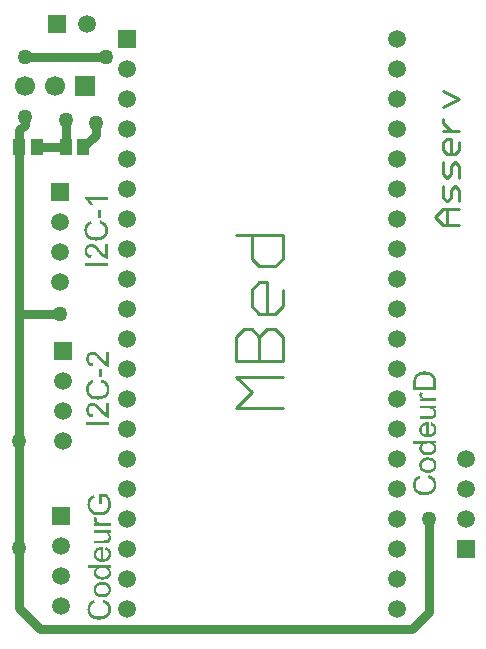
<source format=gtl>
%FSAX24Y24*%
%MOIN*%
G70*
G01*
G75*
G04 Layer_Physical_Order=1*
G04 Layer_Color=255*
%ADD10R,0.0433X0.0551*%
%ADD11C,0.0315*%
%ADD12C,0.0100*%
%ADD13C,0.0669*%
%ADD14R,0.0669X0.0669*%
%ADD15R,0.0591X0.0591*%
%ADD16C,0.0591*%
%ADD17R,0.0591X0.0591*%
%ADD18C,0.0500*%
G36*
X035695Y019358D02*
X035706D01*
X035717Y019357D01*
X035730Y019356D01*
X035756Y019351D01*
X035784Y019345D01*
X035812Y019337D01*
X035836Y019327D01*
X035837D01*
X035838Y019326D01*
X035846Y019321D01*
X035857Y019313D01*
X035870Y019303D01*
X035885Y019290D01*
X035900Y019274D01*
X035915Y019255D01*
X035929Y019233D01*
Y019232D01*
X035930Y019231D01*
X035933Y019228D01*
X035934Y019223D01*
X035940Y019210D01*
X035945Y019194D01*
X035952Y019175D01*
X035957Y019153D01*
X035962Y019128D01*
X035963Y019102D01*
Y019101D01*
Y019097D01*
Y019090D01*
X035962Y019082D01*
X035960Y019073D01*
X035959Y019062D01*
X035957Y019049D01*
X035953Y019035D01*
X035944Y019006D01*
X035938Y018990D01*
X035932Y018975D01*
X035923Y018959D01*
X035913Y018944D01*
X035902Y018929D01*
X035889Y018915D01*
X035888Y018914D01*
X035885Y018912D01*
X035881Y018908D01*
X035875Y018905D01*
X035867Y018899D01*
X035858Y018893D01*
X035847Y018886D01*
X035835Y018881D01*
X035820Y018874D01*
X035805Y018867D01*
X035786Y018861D01*
X035768Y018856D01*
X035747Y018852D01*
X035725Y018848D01*
X035701Y018846D01*
X035676Y018845D01*
X035669D01*
X035661Y018846D01*
X035650D01*
X035638Y018847D01*
X035624Y018849D01*
X035608Y018852D01*
X035590Y018855D01*
X035572Y018860D01*
X035553Y018866D01*
X035535Y018873D01*
X035516Y018881D01*
X035498Y018890D01*
X035481Y018901D01*
X035465Y018914D01*
X035450Y018929D01*
X035448Y018930D01*
X035447Y018932D01*
X035444Y018936D01*
X035440Y018942D01*
X035436Y018949D01*
X035430Y018957D01*
X035424Y018966D01*
X035418Y018977D01*
X035414Y018989D01*
X035408Y019002D01*
X035398Y019032D01*
X035391Y019065D01*
X035390Y019084D01*
X035388Y019102D01*
Y019103D01*
Y019107D01*
Y019112D01*
X035390Y019120D01*
X035391Y019131D01*
X035392Y019141D01*
X035394Y019154D01*
X035398Y019168D01*
X035407Y019196D01*
X035413Y019211D01*
X035420Y019228D01*
X035429Y019243D01*
X035439Y019258D01*
X035451Y019273D01*
X035463Y019286D01*
X035465Y019288D01*
X035467Y019290D01*
X035472Y019293D01*
X035477Y019298D01*
X035484Y019304D01*
X035493Y019310D01*
X035505Y019316D01*
X035516Y019323D01*
X035530Y019329D01*
X035546Y019336D01*
X035563Y019342D01*
X035581Y019348D01*
X035601Y019352D01*
X035623Y019356D01*
X035644Y019358D01*
X035669Y019359D01*
X035686D01*
X035695Y019358D01*
D02*
G37*
G36*
X025100Y015673D02*
X025032D01*
X025033Y015671D01*
X025035Y015670D01*
X025039Y015667D01*
X025045Y015662D01*
X025050Y015658D01*
X025057Y015651D01*
X025064Y015643D01*
X025072Y015633D01*
X025079Y015623D01*
X025087Y015611D01*
X025094Y015599D01*
X025100Y015586D01*
X025106Y015571D01*
X025109Y015555D01*
X025112Y015538D01*
X025113Y015519D01*
Y015518D01*
Y015516D01*
Y015512D01*
X025112Y015508D01*
X025110Y015495D01*
X025108Y015480D01*
X025103Y015460D01*
X025098Y015441D01*
X025088Y015419D01*
X025077Y015398D01*
Y015397D01*
X025076Y015396D01*
X025070Y015389D01*
X025062Y015380D01*
X025050Y015367D01*
X025037Y015354D01*
X025019Y015339D01*
X025000Y015327D01*
X024977Y015314D01*
X024975D01*
X024973Y015313D01*
X024970Y015312D01*
X024965Y015309D01*
X024959Y015307D01*
X024951Y015305D01*
X024933Y015299D01*
X024911Y015293D01*
X024886Y015289D01*
X024858Y015285D01*
X024827Y015284D01*
X024813D01*
X024806Y015285D01*
X024797D01*
X024777Y015287D01*
X024754Y015291D01*
X024730Y015296D01*
X024703Y015301D01*
X024678Y015311D01*
X024677D01*
X024675Y015312D01*
X024671Y015314D01*
X024666Y015316D01*
X024655Y015322D01*
X024640Y015331D01*
X024623Y015343D01*
X024605Y015357D01*
X024589Y015373D01*
X024574Y015392D01*
Y015394D01*
X024573Y015395D01*
X024568Y015402D01*
X024563Y015413D01*
X024556Y015428D01*
X024550Y015447D01*
X024544Y015467D01*
X024540Y015490D01*
X024538Y015515D01*
Y015516D01*
Y015517D01*
Y015523D01*
X024540Y015532D01*
X024541Y015545D01*
X024544Y015557D01*
X024548Y015572D01*
X024553Y015587D01*
X024560Y015602D01*
X024562Y015605D01*
X024564Y015609D01*
X024568Y015616D01*
X024575Y015625D01*
X024582Y015635D01*
X024592Y015646D01*
X024603Y015656D01*
X024615Y015666D01*
X024342D01*
Y015759D01*
X025100D01*
Y015673D01*
D02*
G37*
G36*
X024845Y015208D02*
X024856D01*
X024867Y015207D01*
X024880Y015206D01*
X024906Y015201D01*
X024934Y015195D01*
X024962Y015187D01*
X024986Y015177D01*
X024987D01*
X024988Y015176D01*
X024996Y015171D01*
X025007Y015163D01*
X025020Y015153D01*
X025035Y015140D01*
X025050Y015124D01*
X025065Y015105D01*
X025079Y015083D01*
Y015082D01*
X025080Y015081D01*
X025083Y015078D01*
X025084Y015073D01*
X025090Y015060D01*
X025095Y015044D01*
X025102Y015025D01*
X025107Y015003D01*
X025112Y014978D01*
X025113Y014952D01*
Y014951D01*
Y014947D01*
Y014940D01*
X025112Y014932D01*
X025110Y014923D01*
X025109Y014912D01*
X025107Y014899D01*
X025103Y014885D01*
X025094Y014856D01*
X025088Y014840D01*
X025082Y014825D01*
X025073Y014809D01*
X025063Y014794D01*
X025052Y014779D01*
X025039Y014765D01*
X025038Y014764D01*
X025035Y014762D01*
X025031Y014758D01*
X025025Y014755D01*
X025017Y014749D01*
X025008Y014743D01*
X024997Y014736D01*
X024985Y014731D01*
X024970Y014724D01*
X024955Y014717D01*
X024936Y014711D01*
X024918Y014706D01*
X024897Y014702D01*
X024875Y014698D01*
X024851Y014696D01*
X024826Y014695D01*
X024819D01*
X024811Y014696D01*
X024800D01*
X024788Y014697D01*
X024774Y014699D01*
X024758Y014702D01*
X024740Y014705D01*
X024722Y014710D01*
X024703Y014716D01*
X024685Y014723D01*
X024666Y014731D01*
X024648Y014740D01*
X024631Y014751D01*
X024615Y014764D01*
X024600Y014779D01*
X024598Y014780D01*
X024597Y014782D01*
X024594Y014786D01*
X024590Y014792D01*
X024586Y014799D01*
X024580Y014807D01*
X024574Y014816D01*
X024568Y014827D01*
X024564Y014839D01*
X024558Y014852D01*
X024548Y014882D01*
X024541Y014915D01*
X024540Y014934D01*
X024538Y014952D01*
Y014953D01*
Y014957D01*
Y014962D01*
X024540Y014970D01*
X024541Y014981D01*
X024542Y014991D01*
X024544Y015004D01*
X024548Y015018D01*
X024557Y015046D01*
X024563Y015061D01*
X024570Y015078D01*
X024579Y015093D01*
X024589Y015108D01*
X024601Y015123D01*
X024613Y015136D01*
X024615Y015138D01*
X024617Y015140D01*
X024622Y015143D01*
X024627Y015148D01*
X024634Y015154D01*
X024643Y015159D01*
X024655Y015166D01*
X024666Y015173D01*
X024680Y015179D01*
X024696Y015186D01*
X024713Y015192D01*
X024731Y015198D01*
X024751Y015202D01*
X024773Y015206D01*
X024794Y015208D01*
X024819Y015209D01*
X024836D01*
X024845Y015208D01*
D02*
G37*
G36*
X025100Y016853D02*
X025020D01*
X025022Y016852D01*
X025024Y016850D01*
X025029Y016846D01*
X025034Y016842D01*
X025042Y016835D01*
X025049Y016827D01*
X025058Y016818D01*
X025067Y016807D01*
X025075Y016796D01*
X025084Y016783D01*
X025091Y016768D01*
X025098Y016753D01*
X025105Y016736D01*
X025109Y016718D01*
X025112Y016699D01*
X025113Y016679D01*
Y016677D01*
Y016671D01*
X025112Y016662D01*
X025110Y016649D01*
X025108Y016635D01*
X025105Y016620D01*
X025100Y016604D01*
X025094Y016588D01*
X025093Y016586D01*
X025091Y016581D01*
X025087Y016574D01*
X025082Y016565D01*
X025075Y016555D01*
X025067Y016544D01*
X025058Y016535D01*
X025048Y016526D01*
X025047Y016525D01*
X025043Y016522D01*
X025037Y016519D01*
X025029Y016515D01*
X025018Y016510D01*
X025007Y016505D01*
X024994Y016500D01*
X024979Y016497D01*
X024978D01*
X024973Y016496D01*
X024967D01*
X024958Y016495D01*
X024945Y016494D01*
X024931D01*
X024913Y016492D01*
X024551D01*
Y016586D01*
X024881D01*
X024896Y016587D01*
X024912D01*
X024928Y016588D01*
X024943Y016589D01*
X024955Y016590D01*
X024956D01*
X024960Y016593D01*
X024967Y016595D01*
X024975Y016598D01*
X024985Y016603D01*
X024995Y016610D01*
X025004Y016618D01*
X025012Y016627D01*
X025014Y016628D01*
X025016Y016633D01*
X025019Y016639D01*
X025023Y016647D01*
X025026Y016657D01*
X025030Y016669D01*
X025032Y016683D01*
X025033Y016698D01*
Y016700D01*
Y016705D01*
X025032Y016713D01*
X025031Y016723D01*
X025029Y016734D01*
X025024Y016747D01*
X025019Y016761D01*
X025012Y016775D01*
X025011Y016776D01*
X025008Y016781D01*
X025003Y016788D01*
X024996Y016796D01*
X024988Y016804D01*
X024978Y016813D01*
X024966Y016820D01*
X024954Y016827D01*
X024951Y016828D01*
X024947Y016829D01*
X024939Y016831D01*
X024926Y016835D01*
X024911Y016838D01*
X024892Y016841D01*
X024871Y016842D01*
X024846Y016843D01*
X024551D01*
Y016936D01*
X025100D01*
Y016853D01*
D02*
G37*
G36*
X035716Y018768D02*
X035722Y018765D01*
X035731Y018763D01*
X035740Y018758D01*
X035753Y018754D01*
X035766Y018749D01*
X035779Y018742D01*
X035810Y018727D01*
X035842Y018706D01*
X035872Y018683D01*
X035885Y018670D01*
X035898Y018655D01*
X035899Y018653D01*
X035900Y018651D01*
X035904Y018647D01*
X035908Y018640D01*
X035913Y018632D01*
X035919Y018622D01*
X035925Y018612D01*
X035930Y018599D01*
X035936Y018585D01*
X035942Y018570D01*
X035948Y018553D01*
X035952Y018536D01*
X035960Y018498D01*
X035962Y018477D01*
X035963Y018455D01*
Y018454D01*
Y018449D01*
Y018444D01*
X035962Y018434D01*
Y018424D01*
X035960Y018412D01*
X035958Y018399D01*
X035957Y018385D01*
X035950Y018353D01*
X035942Y018319D01*
X035929Y018287D01*
X035922Y018271D01*
X035913Y018256D01*
X035912Y018254D01*
X035911Y018252D01*
X035907Y018249D01*
X035904Y018243D01*
X035892Y018229D01*
X035876Y018213D01*
X035857Y018193D01*
X035831Y018175D01*
X035802Y018155D01*
X035769Y018139D01*
X035768D01*
X035764Y018138D01*
X035760Y018136D01*
X035753Y018133D01*
X035744Y018130D01*
X035733Y018127D01*
X035722Y018123D01*
X035708Y018120D01*
X035694Y018116D01*
X035678Y018113D01*
X035643Y018106D01*
X035606Y018101D01*
X035566Y018100D01*
X035555D01*
X035546Y018101D01*
X035536D01*
X035523Y018102D01*
X035511Y018103D01*
X035496Y018106D01*
X035463Y018112D01*
X035429Y018118D01*
X035393Y018130D01*
X035360Y018145D01*
X035359D01*
X035356Y018147D01*
X035352Y018150D01*
X035345Y018153D01*
X035338Y018158D01*
X035330Y018163D01*
X035310Y018178D01*
X035288Y018196D01*
X035266Y018218D01*
X035244Y018244D01*
X035226Y018273D01*
Y018274D01*
X035224Y018276D01*
X035221Y018281D01*
X035219Y018288D01*
X035216Y018295D01*
X035211Y018304D01*
X035207Y018316D01*
X035203Y018327D01*
X035198Y018340D01*
X035195Y018354D01*
X035187Y018385D01*
X035182Y018419D01*
X035180Y018456D01*
Y018457D01*
Y018461D01*
Y018468D01*
X035181Y018476D01*
X035182Y018485D01*
X035183Y018497D01*
X035184Y018509D01*
X035187Y018523D01*
X035194Y018553D01*
X035204Y018585D01*
X035211Y018602D01*
X035219Y018618D01*
X035228Y018633D01*
X035239Y018648D01*
X035240Y018649D01*
X035241Y018651D01*
X035244Y018655D01*
X035249Y018660D01*
X035255Y018666D01*
X035263Y018674D01*
X035271Y018682D01*
X035280Y018690D01*
X035292Y018700D01*
X035303Y018708D01*
X035317Y018717D01*
X035332Y018726D01*
X035347Y018734D01*
X035364Y018742D01*
X035401Y018756D01*
X035424Y018657D01*
X035423D01*
X035421Y018656D01*
X035416Y018655D01*
X035410Y018652D01*
X035403Y018649D01*
X035395Y018645D01*
X035378Y018637D01*
X035359Y018627D01*
X035338Y018613D01*
X035319Y018598D01*
X035303Y018580D01*
X035302Y018577D01*
X035297Y018570D01*
X035292Y018560D01*
X035284Y018545D01*
X035277Y018528D01*
X035271Y018506D01*
X035266Y018482D01*
X035265Y018454D01*
Y018453D01*
Y018451D01*
Y018446D01*
X035266Y018440D01*
Y018432D01*
X035267Y018424D01*
X035271Y018403D01*
X035275Y018380D01*
X035284Y018356D01*
X035294Y018332D01*
X035308Y018309D01*
Y018308D01*
X035310Y018306D01*
X035316Y018299D01*
X035325Y018289D01*
X035338Y018276D01*
X035354Y018264D01*
X035372Y018250D01*
X035395Y018237D01*
X035421Y018227D01*
X035422D01*
X035424Y018226D01*
X035428Y018225D01*
X035433Y018223D01*
X035439Y018221D01*
X035447Y018220D01*
X035466Y018215D01*
X035488Y018211D01*
X035512Y018207D01*
X035538Y018205D01*
X035566Y018204D01*
X035582D01*
X035590Y018205D01*
X035601D01*
X035611Y018206D01*
X035623Y018207D01*
X035649Y018211D01*
X035678Y018215D01*
X035707Y018222D01*
X035734Y018231D01*
X035736D01*
X035738Y018233D01*
X035741Y018235D01*
X035746Y018237D01*
X035760Y018243D01*
X035775Y018252D01*
X035793Y018265D01*
X035810Y018280D01*
X035828Y018297D01*
X035843Y018318D01*
Y018319D01*
X035844Y018320D01*
X035846Y018324D01*
X035849Y018328D01*
X035853Y018341D01*
X035860Y018357D01*
X035866Y018376D01*
X035872Y018397D01*
X035876Y018422D01*
X035877Y018447D01*
Y018448D01*
Y018451D01*
Y018455D01*
X035876Y018461D01*
Y018468D01*
X035875Y018477D01*
X035872Y018497D01*
X035866Y018519D01*
X035857Y018543D01*
X035845Y018566D01*
X035829Y018589D01*
X035828Y018590D01*
X035827Y018591D01*
X035820Y018598D01*
X035808Y018608D01*
X035793Y018621D01*
X035772Y018634D01*
X035748Y018648D01*
X035718Y018659D01*
X035685Y018668D01*
X035710Y018769D01*
X035711D01*
X035716Y018768D01*
D02*
G37*
G36*
X024850Y016379D02*
Y015971D01*
X024853D01*
X024859Y015972D01*
X024865D01*
X024873Y015974D01*
X024881Y015975D01*
X024902Y015979D01*
X024924Y015986D01*
X024947Y015994D01*
X024970Y016007D01*
X024989Y016022D01*
X024992Y016024D01*
X024996Y016030D01*
X025004Y016040D01*
X025012Y016053D01*
X025022Y016070D01*
X025030Y016090D01*
X025034Y016112D01*
X025037Y016136D01*
Y016137D01*
Y016138D01*
Y016145D01*
X025035Y016155D01*
X025033Y016166D01*
X025030Y016180D01*
X025025Y016195D01*
X025019Y016210D01*
X025010Y016224D01*
X025009Y016225D01*
X025004Y016229D01*
X024999Y016236D01*
X024988Y016244D01*
X024977Y016254D01*
X024962Y016263D01*
X024943Y016272D01*
X024922Y016281D01*
X024935Y016377D01*
X024936D01*
X024939Y016376D01*
X024943Y016375D01*
X024949Y016372D01*
X024956Y016370D01*
X024964Y016367D01*
X024984Y016357D01*
X025004Y016346D01*
X025026Y016332D01*
X025048Y016314D01*
X025067Y016293D01*
Y016292D01*
X025069Y016291D01*
X025071Y016287D01*
X025073Y016281D01*
X025077Y016276D01*
X025082Y016269D01*
X025085Y016261D01*
X025090Y016250D01*
X025098Y016228D01*
X025106Y016201D01*
X025110Y016171D01*
X025113Y016136D01*
Y016135D01*
Y016130D01*
Y016125D01*
X025112Y016116D01*
X025110Y016106D01*
X025109Y016095D01*
X025107Y016082D01*
X025103Y016067D01*
X025094Y016037D01*
X025088Y016021D01*
X025082Y016006D01*
X025073Y015990D01*
X025063Y015975D01*
X025052Y015960D01*
X025039Y015946D01*
X025038Y015945D01*
X025035Y015942D01*
X025031Y015939D01*
X025025Y015935D01*
X025018Y015930D01*
X025009Y015924D01*
X024997Y015917D01*
X024985Y015911D01*
X024971Y015904D01*
X024956Y015897D01*
X024939Y015892D01*
X024920Y015887D01*
X024901Y015882D01*
X024879Y015879D01*
X024856Y015877D01*
X024831Y015876D01*
X024818D01*
X024808Y015877D01*
X024797Y015878D01*
X024783Y015879D01*
X024768Y015881D01*
X024752Y015885D01*
X024717Y015893D01*
X024700Y015899D01*
X024681Y015905D01*
X024664Y015914D01*
X024647Y015923D01*
X024631Y015933D01*
X024616Y015946D01*
X024615Y015947D01*
X024612Y015949D01*
X024609Y015953D01*
X024603Y015959D01*
X024597Y015965D01*
X024592Y015975D01*
X024585Y015984D01*
X024577Y015995D01*
X024570Y016008D01*
X024563Y016022D01*
X024557Y016037D01*
X024550Y016054D01*
X024545Y016072D01*
X024542Y016090D01*
X024540Y016110D01*
X024538Y016130D01*
Y016131D01*
Y016135D01*
Y016141D01*
X024540Y016149D01*
X024541Y016158D01*
X024542Y016170D01*
X024544Y016181D01*
X024548Y016195D01*
X024557Y016223D01*
X024563Y016238D01*
X024571Y016253D01*
X024579Y016268D01*
X024589Y016283D01*
X024601Y016296D01*
X024615Y016310D01*
X024616Y016311D01*
X024618Y016314D01*
X024623Y016317D01*
X024628Y016322D01*
X024636Y016326D01*
X024646Y016332D01*
X024656Y016339D01*
X024669Y016346D01*
X024684Y016352D01*
X024699Y016359D01*
X024716Y016364D01*
X024736Y016370D01*
X024755Y016374D01*
X024777Y016377D01*
X024800Y016379D01*
X024826Y016381D01*
X024839D01*
X024850Y016379D01*
D02*
G37*
G36*
X035505Y021496D02*
X035504Y021494D01*
X035501Y021490D01*
X035498Y021483D01*
X035495Y021475D01*
X035491Y021464D01*
X035488Y021453D01*
X035485Y021440D01*
X035484Y021428D01*
Y021426D01*
Y021423D01*
X035485Y021417D01*
X035486Y021409D01*
X035489Y021401D01*
X035492Y021392D01*
X035497Y021383D01*
X035503Y021373D01*
X035504Y021372D01*
X035506Y021370D01*
X035511Y021365D01*
X035516Y021361D01*
X035523Y021355D01*
X035533Y021349D01*
X035543Y021345D01*
X035555Y021340D01*
X035557Y021339D01*
X035563Y021338D01*
X035573Y021335D01*
X035587Y021333D01*
X035603Y021330D01*
X035621Y021327D01*
X035641Y021326D01*
X035663Y021325D01*
X035950D01*
Y021232D01*
X035401D01*
Y021316D01*
X035483D01*
X035482Y021317D01*
X035475Y021321D01*
X035465Y021327D01*
X035453Y021334D01*
X035440Y021343D01*
X035428Y021354D01*
X035416Y021363D01*
X035408Y021373D01*
X035407Y021375D01*
X035405Y021378D01*
X035402Y021384D01*
X035398Y021392D01*
X035394Y021400D01*
X035392Y021410D01*
X035390Y021422D01*
X035388Y021433D01*
Y021436D01*
Y021441D01*
X035390Y021451D01*
X035392Y021463D01*
X035397Y021477D01*
X035401Y021493D01*
X035409Y021511D01*
X035420Y021529D01*
X035505Y021496D01*
D02*
G37*
G36*
X035950Y021003D02*
X035870D01*
X035872Y021002D01*
X035874Y021000D01*
X035879Y020996D01*
X035884Y020992D01*
X035892Y020985D01*
X035899Y020977D01*
X035908Y020968D01*
X035917Y020957D01*
X035925Y020946D01*
X035934Y020933D01*
X035941Y020918D01*
X035948Y020903D01*
X035955Y020886D01*
X035959Y020868D01*
X035962Y020849D01*
X035963Y020829D01*
Y020827D01*
Y020821D01*
X035962Y020812D01*
X035960Y020799D01*
X035958Y020785D01*
X035955Y020770D01*
X035950Y020754D01*
X035944Y020738D01*
X035943Y020736D01*
X035941Y020731D01*
X035937Y020724D01*
X035932Y020715D01*
X035925Y020705D01*
X035917Y020694D01*
X035908Y020685D01*
X035898Y020676D01*
X035897Y020675D01*
X035893Y020672D01*
X035887Y020669D01*
X035879Y020665D01*
X035868Y020660D01*
X035857Y020655D01*
X035844Y020650D01*
X035829Y020647D01*
X035828D01*
X035823Y020646D01*
X035817D01*
X035808Y020645D01*
X035796Y020644D01*
X035781D01*
X035763Y020642D01*
X035401D01*
Y020736D01*
X035731D01*
X035746Y020737D01*
X035762D01*
X035778Y020738D01*
X035793Y020739D01*
X035805Y020740D01*
X035806D01*
X035810Y020743D01*
X035817Y020745D01*
X035825Y020748D01*
X035835Y020753D01*
X035845Y020760D01*
X035854Y020768D01*
X035862Y020777D01*
X035864Y020778D01*
X035866Y020783D01*
X035869Y020789D01*
X035873Y020797D01*
X035876Y020807D01*
X035880Y020819D01*
X035882Y020833D01*
X035883Y020848D01*
Y020850D01*
Y020855D01*
X035882Y020863D01*
X035881Y020873D01*
X035879Y020884D01*
X035874Y020897D01*
X035869Y020911D01*
X035862Y020925D01*
X035861Y020926D01*
X035858Y020931D01*
X035853Y020938D01*
X035846Y020946D01*
X035838Y020954D01*
X035828Y020963D01*
X035816Y020970D01*
X035804Y020977D01*
X035801Y020978D01*
X035797Y020979D01*
X035789Y020981D01*
X035776Y020985D01*
X035761Y020988D01*
X035742Y020991D01*
X035721Y020992D01*
X035696Y020993D01*
X035401D01*
Y021086D01*
X035950D01*
Y021003D01*
D02*
G37*
G36*
X035700Y020529D02*
Y020121D01*
X035703D01*
X035709Y020122D01*
X035715D01*
X035723Y020124D01*
X035731Y020125D01*
X035752Y020129D01*
X035774Y020136D01*
X035797Y020144D01*
X035820Y020157D01*
X035839Y020172D01*
X035842Y020174D01*
X035846Y020180D01*
X035854Y020190D01*
X035862Y020203D01*
X035872Y020220D01*
X035880Y020240D01*
X035884Y020262D01*
X035887Y020286D01*
Y020287D01*
Y020288D01*
Y020295D01*
X035885Y020305D01*
X035883Y020316D01*
X035880Y020330D01*
X035875Y020345D01*
X035869Y020360D01*
X035860Y020374D01*
X035859Y020375D01*
X035854Y020379D01*
X035849Y020386D01*
X035838Y020394D01*
X035827Y020404D01*
X035812Y020413D01*
X035793Y020422D01*
X035772Y020431D01*
X035785Y020527D01*
X035786D01*
X035789Y020526D01*
X035793Y020525D01*
X035799Y020522D01*
X035806Y020520D01*
X035814Y020517D01*
X035834Y020507D01*
X035854Y020496D01*
X035876Y020482D01*
X035898Y020464D01*
X035917Y020443D01*
Y020442D01*
X035919Y020441D01*
X035921Y020437D01*
X035923Y020431D01*
X035927Y020426D01*
X035932Y020419D01*
X035935Y020411D01*
X035940Y020400D01*
X035948Y020378D01*
X035956Y020351D01*
X035960Y020321D01*
X035963Y020286D01*
Y020285D01*
Y020280D01*
Y020275D01*
X035962Y020266D01*
X035960Y020256D01*
X035959Y020245D01*
X035957Y020232D01*
X035953Y020217D01*
X035944Y020187D01*
X035938Y020171D01*
X035932Y020156D01*
X035923Y020140D01*
X035913Y020125D01*
X035902Y020110D01*
X035889Y020096D01*
X035888Y020095D01*
X035885Y020092D01*
X035881Y020089D01*
X035875Y020085D01*
X035868Y020080D01*
X035859Y020074D01*
X035847Y020067D01*
X035835Y020061D01*
X035821Y020054D01*
X035806Y020047D01*
X035789Y020042D01*
X035770Y020037D01*
X035751Y020032D01*
X035729Y020029D01*
X035706Y020027D01*
X035681Y020026D01*
X035668D01*
X035658Y020027D01*
X035647Y020028D01*
X035633Y020029D01*
X035618Y020031D01*
X035602Y020035D01*
X035567Y020043D01*
X035550Y020049D01*
X035531Y020055D01*
X035514Y020064D01*
X035497Y020073D01*
X035481Y020083D01*
X035466Y020096D01*
X035465Y020097D01*
X035462Y020099D01*
X035459Y020103D01*
X035453Y020109D01*
X035447Y020115D01*
X035442Y020125D01*
X035435Y020134D01*
X035427Y020145D01*
X035420Y020158D01*
X035413Y020172D01*
X035407Y020187D01*
X035400Y020204D01*
X035395Y020222D01*
X035392Y020240D01*
X035390Y020260D01*
X035388Y020280D01*
Y020281D01*
Y020285D01*
Y020291D01*
X035390Y020299D01*
X035391Y020308D01*
X035392Y020320D01*
X035394Y020331D01*
X035398Y020345D01*
X035407Y020373D01*
X035413Y020388D01*
X035421Y020403D01*
X035429Y020418D01*
X035439Y020433D01*
X035451Y020446D01*
X035465Y020460D01*
X035466Y020461D01*
X035468Y020464D01*
X035473Y020467D01*
X035478Y020472D01*
X035486Y020476D01*
X035496Y020482D01*
X035506Y020489D01*
X035519Y020496D01*
X035534Y020502D01*
X035549Y020509D01*
X035566Y020514D01*
X035586Y020520D01*
X035605Y020524D01*
X035627Y020527D01*
X035650Y020529D01*
X035676Y020531D01*
X035689D01*
X035700Y020529D01*
D02*
G37*
G36*
X024866Y014618D02*
X024872Y014615D01*
X024881Y014613D01*
X024890Y014608D01*
X024903Y014604D01*
X024916Y014599D01*
X024929Y014592D01*
X024960Y014577D01*
X024992Y014556D01*
X025022Y014533D01*
X025035Y014520D01*
X025048Y014505D01*
X025049Y014503D01*
X025050Y014501D01*
X025054Y014497D01*
X025058Y014490D01*
X025063Y014482D01*
X025069Y014472D01*
X025075Y014462D01*
X025080Y014449D01*
X025086Y014435D01*
X025092Y014420D01*
X025098Y014403D01*
X025102Y014386D01*
X025110Y014348D01*
X025112Y014327D01*
X025113Y014305D01*
Y014304D01*
Y014299D01*
Y014294D01*
X025112Y014284D01*
Y014274D01*
X025110Y014262D01*
X025108Y014249D01*
X025107Y014235D01*
X025100Y014203D01*
X025092Y014169D01*
X025079Y014137D01*
X025072Y014121D01*
X025063Y014106D01*
X025062Y014104D01*
X025061Y014102D01*
X025057Y014099D01*
X025054Y014093D01*
X025042Y014079D01*
X025026Y014063D01*
X025007Y014043D01*
X024981Y014025D01*
X024952Y014005D01*
X024919Y013989D01*
X024918D01*
X024914Y013988D01*
X024910Y013986D01*
X024903Y013983D01*
X024894Y013980D01*
X024883Y013977D01*
X024872Y013973D01*
X024858Y013970D01*
X024844Y013966D01*
X024828Y013963D01*
X024793Y013956D01*
X024756Y013951D01*
X024716Y013950D01*
X024705D01*
X024696Y013951D01*
X024686D01*
X024673Y013952D01*
X024661Y013953D01*
X024646Y013956D01*
X024613Y013962D01*
X024579Y013968D01*
X024543Y013980D01*
X024510Y013995D01*
X024509D01*
X024506Y013997D01*
X024502Y014000D01*
X024495Y014003D01*
X024488Y014008D01*
X024480Y014013D01*
X024460Y014028D01*
X024438Y014046D01*
X024416Y014068D01*
X024394Y014094D01*
X024376Y014123D01*
Y014124D01*
X024374Y014126D01*
X024371Y014131D01*
X024369Y014138D01*
X024366Y014145D01*
X024361Y014154D01*
X024357Y014166D01*
X024353Y014177D01*
X024348Y014190D01*
X024345Y014204D01*
X024337Y014235D01*
X024332Y014269D01*
X024330Y014306D01*
Y014307D01*
Y014311D01*
Y014318D01*
X024331Y014326D01*
X024332Y014335D01*
X024333Y014347D01*
X024334Y014359D01*
X024337Y014373D01*
X024344Y014403D01*
X024354Y014435D01*
X024361Y014452D01*
X024369Y014468D01*
X024378Y014483D01*
X024389Y014498D01*
X024390Y014499D01*
X024391Y014501D01*
X024394Y014505D01*
X024399Y014510D01*
X024405Y014516D01*
X024413Y014524D01*
X024421Y014532D01*
X024430Y014540D01*
X024442Y014550D01*
X024453Y014558D01*
X024467Y014567D01*
X024482Y014576D01*
X024497Y014584D01*
X024514Y014592D01*
X024551Y014606D01*
X024574Y014507D01*
X024573D01*
X024571Y014506D01*
X024566Y014505D01*
X024560Y014502D01*
X024553Y014499D01*
X024545Y014495D01*
X024528Y014487D01*
X024509Y014477D01*
X024488Y014463D01*
X024469Y014448D01*
X024453Y014430D01*
X024452Y014427D01*
X024447Y014420D01*
X024442Y014410D01*
X024434Y014395D01*
X024427Y014378D01*
X024421Y014356D01*
X024416Y014332D01*
X024415Y014304D01*
Y014303D01*
Y014301D01*
Y014296D01*
X024416Y014290D01*
Y014282D01*
X024417Y014274D01*
X024421Y014253D01*
X024425Y014230D01*
X024434Y014206D01*
X024444Y014182D01*
X024458Y014159D01*
Y014158D01*
X024460Y014156D01*
X024466Y014149D01*
X024475Y014139D01*
X024488Y014126D01*
X024504Y014114D01*
X024522Y014100D01*
X024545Y014087D01*
X024571Y014077D01*
X024572D01*
X024574Y014076D01*
X024578Y014075D01*
X024583Y014073D01*
X024589Y014071D01*
X024597Y014070D01*
X024616Y014065D01*
X024638Y014061D01*
X024662Y014057D01*
X024688Y014055D01*
X024716Y014054D01*
X024732D01*
X024740Y014055D01*
X024751D01*
X024761Y014056D01*
X024773Y014057D01*
X024799Y014061D01*
X024828Y014065D01*
X024857Y014072D01*
X024884Y014081D01*
X024886D01*
X024888Y014083D01*
X024891Y014085D01*
X024896Y014087D01*
X024910Y014093D01*
X024925Y014102D01*
X024943Y014115D01*
X024960Y014130D01*
X024978Y014147D01*
X024993Y014168D01*
Y014169D01*
X024994Y014170D01*
X024996Y014174D01*
X024999Y014178D01*
X025003Y014191D01*
X025010Y014207D01*
X025016Y014226D01*
X025022Y014247D01*
X025026Y014272D01*
X025027Y014297D01*
Y014298D01*
Y014301D01*
Y014305D01*
X025026Y014311D01*
Y014318D01*
X025025Y014327D01*
X025022Y014347D01*
X025016Y014369D01*
X025007Y014393D01*
X024995Y014416D01*
X024979Y014439D01*
X024978Y014440D01*
X024977Y014441D01*
X024970Y014448D01*
X024958Y014458D01*
X024943Y014471D01*
X024922Y014484D01*
X024898Y014498D01*
X024868Y014509D01*
X024835Y014518D01*
X024860Y014619D01*
X024861D01*
X024866Y014618D01*
D02*
G37*
G36*
X035950Y019823D02*
X035882D01*
X035883Y019821D01*
X035885Y019820D01*
X035889Y019817D01*
X035895Y019812D01*
X035900Y019808D01*
X035907Y019801D01*
X035914Y019793D01*
X035922Y019783D01*
X035929Y019773D01*
X035937Y019761D01*
X035944Y019749D01*
X035950Y019736D01*
X035956Y019721D01*
X035959Y019705D01*
X035962Y019688D01*
X035963Y019669D01*
Y019668D01*
Y019666D01*
Y019662D01*
X035962Y019658D01*
X035960Y019645D01*
X035958Y019630D01*
X035953Y019610D01*
X035948Y019591D01*
X035938Y019569D01*
X035927Y019548D01*
Y019547D01*
X035926Y019546D01*
X035920Y019539D01*
X035912Y019530D01*
X035900Y019517D01*
X035887Y019504D01*
X035869Y019489D01*
X035850Y019477D01*
X035827Y019464D01*
X035825D01*
X035823Y019463D01*
X035820Y019462D01*
X035815Y019459D01*
X035809Y019457D01*
X035801Y019455D01*
X035783Y019449D01*
X035761Y019443D01*
X035736Y019439D01*
X035708Y019435D01*
X035677Y019434D01*
X035663D01*
X035656Y019435D01*
X035647D01*
X035627Y019437D01*
X035604Y019441D01*
X035580Y019446D01*
X035553Y019451D01*
X035528Y019461D01*
X035527D01*
X035525Y019462D01*
X035521Y019464D01*
X035516Y019466D01*
X035505Y019472D01*
X035490Y019481D01*
X035473Y019493D01*
X035455Y019507D01*
X035439Y019523D01*
X035424Y019542D01*
Y019544D01*
X035423Y019545D01*
X035418Y019552D01*
X035413Y019563D01*
X035406Y019578D01*
X035400Y019597D01*
X035394Y019617D01*
X035390Y019640D01*
X035388Y019665D01*
Y019666D01*
Y019667D01*
Y019673D01*
X035390Y019682D01*
X035391Y019695D01*
X035394Y019707D01*
X035398Y019722D01*
X035403Y019737D01*
X035410Y019752D01*
X035412Y019755D01*
X035414Y019759D01*
X035418Y019766D01*
X035425Y019775D01*
X035432Y019785D01*
X035442Y019796D01*
X035453Y019806D01*
X035465Y019816D01*
X035192D01*
Y019909D01*
X035950D01*
Y019823D01*
D02*
G37*
G36*
X035589Y022220D02*
X035598D01*
X035619Y022219D01*
X035642Y022216D01*
X035669Y022212D01*
X035695Y022207D01*
X035721Y022200D01*
X035722D01*
X035724Y022199D01*
X035727Y022198D01*
X035732Y022197D01*
X035744Y022192D01*
X035760Y022186D01*
X035777Y022179D01*
X035796Y022170D01*
X035814Y022160D01*
X035831Y022148D01*
X035834Y022147D01*
X035838Y022142D01*
X035846Y022137D01*
X035857Y022127D01*
X035867Y022118D01*
X035879Y022106D01*
X035890Y022093D01*
X035900Y022079D01*
X035902Y022078D01*
X035904Y022072D01*
X035908Y022064D01*
X035914Y022054D01*
X035920Y022041D01*
X035926Y022026D01*
X035932Y022009D01*
X035937Y021989D01*
Y021987D01*
X035940Y021980D01*
X035941Y021969D01*
X035943Y021954D01*
X035945Y021937D01*
X035948Y021916D01*
X035949Y021893D01*
X035950Y021868D01*
Y021596D01*
X035192D01*
Y021855D01*
Y021856D01*
Y021859D01*
Y021863D01*
Y021870D01*
Y021877D01*
Y021886D01*
X035194Y021906D01*
X035195Y021927D01*
X035197Y021950D01*
X035201Y021972D01*
X035204Y021990D01*
Y021991D01*
X035205Y021994D01*
Y021996D01*
X035207Y022001D01*
X035211Y022013D01*
X035217Y022028D01*
X035224Y022046D01*
X035233Y022064D01*
X035244Y022082D01*
X035258Y022101D01*
Y022102D01*
X035261Y022103D01*
X035267Y022111D01*
X035279Y022122D01*
X035294Y022134D01*
X035312Y022149D01*
X035334Y022164D01*
X035360Y022178D01*
X035388Y022191D01*
X035390D01*
X035392Y022192D01*
X035397Y022193D01*
X035402Y022195D01*
X035409Y022198D01*
X035418Y022200D01*
X035429Y022204D01*
X035440Y022206D01*
X035453Y022208D01*
X035467Y022212D01*
X035497Y022216D01*
X035530Y022220D01*
X035567Y022221D01*
X035582D01*
X035589Y022220D01*
D02*
G37*
G36*
X025000Y025976D02*
X024987D01*
X024979Y025977D01*
X024970Y025978D01*
X024960Y025979D01*
X024948Y025983D01*
X024937Y025986D01*
X024935D01*
X024934Y025988D01*
X024927Y025990D01*
X024918Y025994D01*
X024904Y026001D01*
X024889Y026009D01*
X024872Y026021D01*
X024855Y026032D01*
X024836Y026047D01*
X024835D01*
X024834Y026050D01*
X024827Y026056D01*
X024817Y026065D01*
X024803Y026079D01*
X024787Y026096D01*
X024767Y026117D01*
X024745Y026142D01*
X024721Y026170D01*
X024720Y026171D01*
X024716Y026175D01*
X024712Y026181D01*
X024704Y026189D01*
X024696Y026200D01*
X024685Y026211D01*
X024663Y026237D01*
X024637Y026264D01*
X024610Y026292D01*
X024598Y026306D01*
X024585Y026317D01*
X024572Y026328D01*
X024561Y026337D01*
X024560D01*
X024558Y026339D01*
X024555Y026341D01*
X024550Y026344D01*
X024539Y026351D01*
X024524Y026359D01*
X024507Y026367D01*
X024488Y026374D01*
X024467Y026378D01*
X024448Y026381D01*
X024445D01*
X024438Y026380D01*
X024428Y026378D01*
X024415Y026376D01*
X024400Y026370D01*
X024385Y026363D01*
X024369Y026354D01*
X024354Y026340D01*
X024353Y026338D01*
X024349Y026333D01*
X024343Y026324D01*
X024335Y026313D01*
X024328Y026298D01*
X024322Y026280D01*
X024317Y026260D01*
X024316Y026237D01*
Y026235D01*
Y026233D01*
Y026230D01*
X024317Y026225D01*
X024319Y026214D01*
X024321Y026199D01*
X024327Y026181D01*
X024334Y026163D01*
X024344Y026145D01*
X024358Y026129D01*
X024360Y026128D01*
X024365Y026124D01*
X024374Y026117D01*
X024387Y026110D01*
X024403Y026102D01*
X024421Y026096D01*
X024443Y026091D01*
X024468Y026089D01*
X024458Y025993D01*
X024453D01*
X024448Y025994D01*
X024441Y025996D01*
X024432Y025998D01*
X024421Y025999D01*
X024398Y026006D01*
X024372Y026015D01*
X024345Y026028D01*
X024319Y026045D01*
X024307Y026054D01*
X024296Y026066D01*
X024294Y026067D01*
X024293Y026069D01*
X024290Y026073D01*
X024286Y026077D01*
X024283Y026084D01*
X024277Y026092D01*
X024272Y026102D01*
X024267Y026112D01*
X024262Y026124D01*
X024256Y026136D01*
X024252Y026151D01*
X024248Y026166D01*
X024241Y026201D01*
X024240Y026219D01*
X024239Y026239D01*
Y026240D01*
Y026243D01*
Y026249D01*
X024240Y026257D01*
X024241Y026267D01*
X024242Y026277D01*
X024244Y026288D01*
X024247Y026301D01*
X024254Y026329D01*
X024264Y026358D01*
X024271Y026373D01*
X024279Y026386D01*
X024290Y026399D01*
X024300Y026412D01*
X024301Y026413D01*
X024302Y026414D01*
X024306Y026418D01*
X024311Y026422D01*
X024317Y026427D01*
X024324Y026433D01*
X024342Y026444D01*
X024364Y026456D01*
X024389Y026466D01*
X024418Y026474D01*
X024434Y026475D01*
X024450Y026476D01*
X024458D01*
X024467Y026475D01*
X024479Y026474D01*
X024493Y026472D01*
X024508Y026468D01*
X024524Y026464D01*
X024540Y026457D01*
X024542Y026456D01*
X024548Y026453D01*
X024556Y026449D01*
X024568Y026442D01*
X024581Y026434D01*
X024598Y026423D01*
X024614Y026410D01*
X024632Y026395D01*
X024634Y026392D01*
X024641Y026386D01*
X024652Y026376D01*
X024659Y026369D01*
X024667Y026361D01*
X024676Y026352D01*
X024686Y026340D01*
X024697Y026329D01*
X024709Y026316D01*
X024722Y026302D01*
X024736Y026286D01*
X024750Y026270D01*
X024766Y026252D01*
X024767Y026250D01*
X024769Y026248D01*
X024773Y026243D01*
X024777Y026238D01*
X024789Y026224D01*
X024804Y026207D01*
X024820Y026189D01*
X024836Y026171D01*
X024850Y026156D01*
X024856Y026150D01*
X024862Y026144D01*
X024863Y026143D01*
X024866Y026141D01*
X024871Y026136D01*
X024878Y026130D01*
X024893Y026118D01*
X024911Y026105D01*
Y026478D01*
X025000D01*
Y025976D01*
D02*
G37*
G36*
Y025750D02*
X024242D01*
Y025850D01*
X025000D01*
Y025750D01*
D02*
G37*
G36*
X025050Y022379D02*
X025037D01*
X025029Y022380D01*
X025020Y022381D01*
X025010Y022382D01*
X024998Y022386D01*
X024987Y022389D01*
X024985D01*
X024984Y022390D01*
X024977Y022393D01*
X024968Y022397D01*
X024954Y022404D01*
X024939Y022412D01*
X024922Y022424D01*
X024905Y022435D01*
X024886Y022450D01*
X024885D01*
X024884Y022453D01*
X024877Y022459D01*
X024867Y022468D01*
X024853Y022482D01*
X024837Y022499D01*
X024817Y022520D01*
X024795Y022545D01*
X024771Y022573D01*
X024770Y022574D01*
X024766Y022578D01*
X024762Y022584D01*
X024754Y022592D01*
X024746Y022603D01*
X024735Y022614D01*
X024713Y022640D01*
X024687Y022667D01*
X024660Y022695D01*
X024648Y022709D01*
X024635Y022720D01*
X024622Y022731D01*
X024611Y022740D01*
X024610D01*
X024608Y022742D01*
X024605Y022744D01*
X024600Y022747D01*
X024589Y022754D01*
X024574Y022762D01*
X024557Y022770D01*
X024538Y022777D01*
X024517Y022781D01*
X024498Y022784D01*
X024495D01*
X024488Y022783D01*
X024478Y022781D01*
X024465Y022779D01*
X024450Y022773D01*
X024435Y022766D01*
X024419Y022757D01*
X024404Y022743D01*
X024403Y022741D01*
X024399Y022736D01*
X024393Y022727D01*
X024385Y022716D01*
X024378Y022701D01*
X024372Y022683D01*
X024367Y022663D01*
X024366Y022640D01*
Y022638D01*
Y022636D01*
Y022633D01*
X024367Y022628D01*
X024369Y022616D01*
X024371Y022601D01*
X024377Y022584D01*
X024384Y022566D01*
X024394Y022548D01*
X024408Y022532D01*
X024410Y022531D01*
X024415Y022527D01*
X024424Y022520D01*
X024437Y022513D01*
X024453Y022505D01*
X024471Y022499D01*
X024493Y022494D01*
X024518Y022492D01*
X024508Y022396D01*
X024503D01*
X024498Y022397D01*
X024491Y022399D01*
X024482Y022401D01*
X024471Y022402D01*
X024448Y022409D01*
X024422Y022418D01*
X024395Y022431D01*
X024369Y022448D01*
X024357Y022457D01*
X024346Y022469D01*
X024344Y022470D01*
X024343Y022472D01*
X024340Y022476D01*
X024336Y022480D01*
X024333Y022487D01*
X024327Y022495D01*
X024322Y022505D01*
X024317Y022515D01*
X024312Y022527D01*
X024306Y022539D01*
X024302Y022554D01*
X024298Y022569D01*
X024291Y022604D01*
X024290Y022622D01*
X024289Y022642D01*
Y022643D01*
Y022646D01*
Y022652D01*
X024290Y022660D01*
X024291Y022670D01*
X024292Y022680D01*
X024294Y022691D01*
X024297Y022704D01*
X024304Y022732D01*
X024314Y022761D01*
X024321Y022776D01*
X024329Y022789D01*
X024340Y022802D01*
X024350Y022815D01*
X024351Y022816D01*
X024352Y022817D01*
X024356Y022821D01*
X024361Y022825D01*
X024367Y022830D01*
X024374Y022836D01*
X024392Y022847D01*
X024414Y022859D01*
X024439Y022869D01*
X024468Y022877D01*
X024484Y022878D01*
X024500Y022879D01*
X024508D01*
X024517Y022878D01*
X024529Y022877D01*
X024543Y022875D01*
X024558Y022871D01*
X024574Y022867D01*
X024590Y022860D01*
X024592Y022859D01*
X024598Y022856D01*
X024606Y022852D01*
X024618Y022845D01*
X024631Y022837D01*
X024648Y022826D01*
X024664Y022812D01*
X024682Y022798D01*
X024685Y022795D01*
X024691Y022789D01*
X024702Y022779D01*
X024709Y022772D01*
X024717Y022764D01*
X024726Y022755D01*
X024736Y022743D01*
X024747Y022732D01*
X024759Y022719D01*
X024772Y022705D01*
X024786Y022689D01*
X024800Y022673D01*
X024816Y022655D01*
X024817Y022653D01*
X024819Y022651D01*
X024823Y022646D01*
X024827Y022641D01*
X024839Y022627D01*
X024854Y022610D01*
X024870Y022592D01*
X024886Y022574D01*
X024900Y022559D01*
X024906Y022553D01*
X024912Y022547D01*
X024913Y022546D01*
X024916Y022544D01*
X024921Y022539D01*
X024928Y022533D01*
X024943Y022521D01*
X024961Y022508D01*
Y022881D01*
X025050D01*
Y022379D01*
D02*
G37*
G36*
X025000Y027949D02*
X024407D01*
X024409Y027948D01*
X024413Y027943D01*
X024419Y027935D01*
X024427Y027925D01*
X024437Y027912D01*
X024448Y027897D01*
X024460Y027880D01*
X024472Y027860D01*
Y027859D01*
X024473Y027858D01*
X024478Y027851D01*
X024483Y027840D01*
X024490Y027828D01*
X024498Y027813D01*
X024505Y027797D01*
X024513Y027779D01*
X024520Y027763D01*
X024429D01*
Y027764D01*
X024428Y027767D01*
X024426Y027771D01*
X024422Y027776D01*
X024419Y027783D01*
X024415Y027791D01*
X024405Y027809D01*
X024392Y027830D01*
X024377Y027853D01*
X024360Y027876D01*
X024342Y027898D01*
X024340Y027899D01*
X024339Y027900D01*
X024332Y027907D01*
X024322Y027918D01*
X024309Y027930D01*
X024293Y027944D01*
X024276Y027958D01*
X024257Y027971D01*
X024239Y027981D01*
Y028042D01*
X025000D01*
Y027949D01*
D02*
G37*
G36*
X024773Y027330D02*
X024679D01*
Y027614D01*
X024773D01*
Y027330D01*
D02*
G37*
G36*
X024766Y027254D02*
X024772Y027251D01*
X024781Y027249D01*
X024790Y027244D01*
X024803Y027240D01*
X024816Y027235D01*
X024829Y027228D01*
X024860Y027213D01*
X024892Y027192D01*
X024922Y027169D01*
X024935Y027156D01*
X024948Y027141D01*
X024949Y027139D01*
X024950Y027137D01*
X024954Y027132D01*
X024958Y027126D01*
X024963Y027117D01*
X024969Y027108D01*
X024975Y027098D01*
X024980Y027085D01*
X024986Y027071D01*
X024992Y027056D01*
X024998Y027039D01*
X025002Y027022D01*
X025010Y026984D01*
X025012Y026963D01*
X025013Y026941D01*
Y026940D01*
Y026935D01*
Y026930D01*
X025012Y026920D01*
Y026910D01*
X025010Y026898D01*
X025008Y026885D01*
X025007Y026871D01*
X025000Y026838D01*
X024992Y026805D01*
X024979Y026773D01*
X024972Y026757D01*
X024963Y026742D01*
X024962Y026740D01*
X024961Y026738D01*
X024957Y026735D01*
X024954Y026729D01*
X024942Y026715D01*
X024926Y026699D01*
X024907Y026679D01*
X024881Y026661D01*
X024852Y026641D01*
X024819Y026625D01*
X024818D01*
X024814Y026624D01*
X024810Y026622D01*
X024803Y026619D01*
X024794Y026616D01*
X024783Y026612D01*
X024772Y026609D01*
X024758Y026606D01*
X024744Y026602D01*
X024728Y026599D01*
X024693Y026592D01*
X024656Y026587D01*
X024616Y026586D01*
X024605D01*
X024596Y026587D01*
X024586D01*
X024573Y026588D01*
X024561Y026589D01*
X024546Y026592D01*
X024513Y026597D01*
X024479Y026604D01*
X024443Y026616D01*
X024410Y026631D01*
X024409D01*
X024406Y026633D01*
X024402Y026635D01*
X024395Y026639D01*
X024388Y026644D01*
X024380Y026649D01*
X024360Y026664D01*
X024338Y026682D01*
X024316Y026704D01*
X024294Y026730D01*
X024276Y026759D01*
Y026760D01*
X024274Y026762D01*
X024271Y026767D01*
X024269Y026774D01*
X024266Y026781D01*
X024261Y026790D01*
X024257Y026802D01*
X024253Y026813D01*
X024248Y026826D01*
X024245Y026840D01*
X024237Y026871D01*
X024232Y026905D01*
X024230Y026942D01*
Y026943D01*
Y026947D01*
Y026954D01*
X024231Y026962D01*
X024232Y026971D01*
X024233Y026983D01*
X024234Y026995D01*
X024237Y027009D01*
X024244Y027039D01*
X024254Y027071D01*
X024261Y027087D01*
X024269Y027104D01*
X024278Y027119D01*
X024289Y027134D01*
X024290Y027135D01*
X024291Y027137D01*
X024294Y027141D01*
X024299Y027146D01*
X024305Y027152D01*
X024313Y027160D01*
X024321Y027168D01*
X024330Y027176D01*
X024342Y027185D01*
X024353Y027194D01*
X024367Y027203D01*
X024382Y027212D01*
X024397Y027220D01*
X024414Y027228D01*
X024451Y027242D01*
X024474Y027143D01*
X024473D01*
X024471Y027142D01*
X024466Y027141D01*
X024460Y027138D01*
X024453Y027135D01*
X024445Y027131D01*
X024428Y027123D01*
X024409Y027113D01*
X024388Y027099D01*
X024369Y027084D01*
X024353Y027066D01*
X024352Y027063D01*
X024347Y027056D01*
X024342Y027046D01*
X024334Y027031D01*
X024327Y027014D01*
X024321Y026992D01*
X024316Y026968D01*
X024315Y026940D01*
Y026939D01*
Y026936D01*
Y026932D01*
X024316Y026926D01*
Y026918D01*
X024317Y026910D01*
X024321Y026889D01*
X024325Y026866D01*
X024334Y026842D01*
X024344Y026818D01*
X024358Y026795D01*
Y026793D01*
X024360Y026792D01*
X024366Y026785D01*
X024375Y026775D01*
X024388Y026762D01*
X024404Y026750D01*
X024422Y026736D01*
X024445Y026723D01*
X024471Y026713D01*
X024472D01*
X024474Y026712D01*
X024478Y026710D01*
X024483Y026709D01*
X024489Y026707D01*
X024497Y026706D01*
X024516Y026701D01*
X024538Y026697D01*
X024562Y026693D01*
X024588Y026691D01*
X024616Y026690D01*
X024632D01*
X024640Y026691D01*
X024651D01*
X024661Y026692D01*
X024673Y026693D01*
X024699Y026697D01*
X024728Y026701D01*
X024757Y026708D01*
X024784Y026717D01*
X024786D01*
X024788Y026719D01*
X024791Y026721D01*
X024796Y026723D01*
X024810Y026729D01*
X024825Y026738D01*
X024843Y026751D01*
X024860Y026766D01*
X024878Y026783D01*
X024893Y026804D01*
Y026805D01*
X024894Y026806D01*
X024896Y026810D01*
X024899Y026814D01*
X024903Y026827D01*
X024910Y026843D01*
X024916Y026861D01*
X024922Y026883D01*
X024926Y026908D01*
X024927Y026933D01*
Y026934D01*
Y026936D01*
Y026941D01*
X024926Y026947D01*
Y026954D01*
X024925Y026963D01*
X024922Y026983D01*
X024916Y027004D01*
X024907Y027029D01*
X024895Y027052D01*
X024879Y027075D01*
X024878Y027076D01*
X024877Y027077D01*
X024870Y027084D01*
X024858Y027094D01*
X024843Y027107D01*
X024822Y027120D01*
X024798Y027134D01*
X024768Y027145D01*
X024735Y027154D01*
X024760Y027255D01*
X024761D01*
X024766Y027254D01*
D02*
G37*
G36*
X024823Y022030D02*
X024729D01*
Y022314D01*
X024823D01*
Y022030D01*
D02*
G37*
G36*
X025050Y020450D02*
X024292D01*
Y020550D01*
X025050D01*
Y020450D01*
D02*
G37*
G36*
X024996Y018119D02*
X024997Y018117D01*
X025001Y018113D01*
X025004Y018108D01*
X025010Y018101D01*
X025015Y018093D01*
X025029Y018073D01*
X025042Y018050D01*
X025057Y018025D01*
X025071Y017996D01*
X025084Y017967D01*
Y017966D01*
X025085Y017964D01*
X025086Y017959D01*
X025088Y017953D01*
X025091Y017946D01*
X025093Y017938D01*
X025095Y017928D01*
X025098Y017917D01*
X025103Y017893D01*
X025108Y017867D01*
X025112Y017837D01*
X025113Y017807D01*
Y017806D01*
Y017802D01*
Y017796D01*
X025112Y017788D01*
Y017778D01*
X025110Y017766D01*
X025109Y017754D01*
X025107Y017740D01*
X025101Y017708D01*
X025093Y017674D01*
X025082Y017638D01*
X025065Y017604D01*
X025064Y017603D01*
X025063Y017600D01*
X025061Y017595D01*
X025056Y017589D01*
X025052Y017581D01*
X025046Y017573D01*
X025031Y017553D01*
X025011Y017530D01*
X024987Y017508D01*
X024959Y017486D01*
X024928Y017467D01*
X024927D01*
X024924Y017464D01*
X024919Y017462D01*
X024912Y017460D01*
X024904Y017456D01*
X024894Y017452D01*
X024882Y017448D01*
X024868Y017444D01*
X024854Y017439D01*
X024838Y017436D01*
X024804Y017427D01*
X024766Y017423D01*
X024725Y017421D01*
X024715D01*
X024707Y017422D01*
X024696D01*
X024685Y017423D01*
X024672Y017424D01*
X024658Y017426D01*
X024626Y017432D01*
X024592Y017440D01*
X024555Y017452D01*
X024519Y017467D01*
X024518D01*
X024514Y017469D01*
X024510Y017471D01*
X024503Y017475D01*
X024495Y017480D01*
X024487Y017486D01*
X024465Y017500D01*
X024442Y017520D01*
X024419Y017542D01*
X024397Y017569D01*
X024386Y017583D01*
X024377Y017599D01*
Y017600D01*
X024375Y017603D01*
X024372Y017608D01*
X024370Y017614D01*
X024366Y017622D01*
X024362Y017633D01*
X024357Y017644D01*
X024353Y017657D01*
X024349Y017671D01*
X024345Y017686D01*
X024337Y017720D01*
X024332Y017757D01*
X024330Y017799D01*
Y017800D01*
Y017802D01*
Y017807D01*
Y017813D01*
X024331Y017819D01*
Y017829D01*
X024333Y017848D01*
X024337Y017870D01*
X024341Y017896D01*
X024348Y017921D01*
X024357Y017946D01*
Y017947D01*
X024359Y017950D01*
X024360Y017953D01*
X024362Y017958D01*
X024368Y017969D01*
X024377Y017984D01*
X024387Y018002D01*
X024400Y018019D01*
X024414Y018036D01*
X024431Y018051D01*
X024434Y018052D01*
X024439Y018057D01*
X024450Y018064D01*
X024465Y018073D01*
X024482Y018082D01*
X024503Y018092D01*
X024527Y018101D01*
X024555Y018109D01*
X024580Y018018D01*
X024579D01*
X024578Y018017D01*
X024571Y018015D01*
X024560Y018011D01*
X024547Y018006D01*
X024533Y018000D01*
X024518Y017994D01*
X024503Y017986D01*
X024489Y017976D01*
X024488Y017975D01*
X024483Y017972D01*
X024477Y017966D01*
X024469Y017958D01*
X024461Y017947D01*
X024452Y017935D01*
X024444Y017921D01*
X024436Y017904D01*
X024435Y017901D01*
X024432Y017896D01*
X024429Y017885D01*
X024425Y017873D01*
X024422Y017858D01*
X024419Y017840D01*
X024416Y017821D01*
X024415Y017800D01*
Y017799D01*
Y017796D01*
Y017793D01*
Y017788D01*
X024416Y017776D01*
X024417Y017760D01*
X024421Y017741D01*
X024424Y017720D01*
X024430Y017701D01*
X024437Y017681D01*
X024438Y017679D01*
X024440Y017673D01*
X024445Y017664D01*
X024452Y017652D01*
X024460Y017640D01*
X024469Y017626D01*
X024480Y017613D01*
X024492Y017600D01*
X024494Y017599D01*
X024498Y017596D01*
X024505Y017590D01*
X024514Y017583D01*
X024526Y017575D01*
X024538Y017567D01*
X024552Y017560D01*
X024567Y017553D01*
X024568D01*
X024571Y017552D01*
X024574Y017551D01*
X024580Y017549D01*
X024586Y017546D01*
X024594Y017544D01*
X024612Y017539D01*
X024635Y017534D01*
X024661Y017529D01*
X024690Y017525D01*
X024720Y017524D01*
X024729D01*
X024737Y017525D01*
X024745D01*
X024755Y017527D01*
X024767Y017528D01*
X024778Y017529D01*
X024806Y017532D01*
X024835Y017539D01*
X024862Y017547D01*
X024890Y017559D01*
X024891D01*
X024894Y017560D01*
X024897Y017562D01*
X024902Y017566D01*
X024913Y017574D01*
X024928Y017584D01*
X024944Y017598D01*
X024962Y017615D01*
X024978Y017636D01*
X024992Y017659D01*
Y017660D01*
X024993Y017663D01*
X024995Y017666D01*
X024996Y017671D01*
X024999Y017677D01*
X025002Y017685D01*
X025008Y017702D01*
X025014Y017724D01*
X025019Y017747D01*
X025023Y017773D01*
X025024Y017801D01*
Y017802D01*
Y017804D01*
Y017808D01*
Y017813D01*
X025023Y017825D01*
X025020Y017841D01*
X025018Y017860D01*
X025014Y017882D01*
X025008Y017905D01*
X025000Y017928D01*
Y017929D01*
X024999Y017930D01*
X024997Y017934D01*
X024995Y017938D01*
X024990Y017950D01*
X024984Y017964D01*
X024975Y017979D01*
X024966Y017994D01*
X024956Y018009D01*
X024945Y018022D01*
X024803D01*
Y017800D01*
X024714D01*
Y018120D01*
X024995D01*
X024996Y018119D01*
D02*
G37*
G36*
X024655Y017346D02*
X024654Y017344D01*
X024651Y017340D01*
X024648Y017333D01*
X024645Y017325D01*
X024641Y017314D01*
X024638Y017303D01*
X024635Y017290D01*
X024634Y017278D01*
Y017276D01*
Y017273D01*
X024635Y017267D01*
X024636Y017259D01*
X024639Y017251D01*
X024642Y017242D01*
X024647Y017233D01*
X024653Y017223D01*
X024654Y017222D01*
X024656Y017220D01*
X024661Y017215D01*
X024666Y017211D01*
X024673Y017205D01*
X024683Y017199D01*
X024693Y017195D01*
X024705Y017190D01*
X024707Y017189D01*
X024713Y017188D01*
X024723Y017185D01*
X024737Y017183D01*
X024753Y017180D01*
X024771Y017177D01*
X024791Y017176D01*
X024813Y017175D01*
X025100D01*
Y017082D01*
X024551D01*
Y017166D01*
X024633D01*
X024632Y017167D01*
X024625Y017171D01*
X024615Y017177D01*
X024603Y017184D01*
X024590Y017193D01*
X024578Y017204D01*
X024566Y017213D01*
X024558Y017223D01*
X024557Y017225D01*
X024555Y017228D01*
X024552Y017234D01*
X024548Y017242D01*
X024544Y017250D01*
X024542Y017260D01*
X024540Y017272D01*
X024538Y017283D01*
Y017286D01*
Y017291D01*
X024540Y017301D01*
X024542Y017313D01*
X024547Y017327D01*
X024551Y017343D01*
X024559Y017361D01*
X024570Y017379D01*
X024655Y017346D01*
D02*
G37*
G36*
X024816Y021954D02*
X024822Y021951D01*
X024831Y021949D01*
X024840Y021944D01*
X024853Y021940D01*
X024866Y021935D01*
X024879Y021928D01*
X024910Y021913D01*
X024942Y021892D01*
X024972Y021869D01*
X024985Y021856D01*
X024998Y021841D01*
X024999Y021839D01*
X025000Y021837D01*
X025004Y021832D01*
X025008Y021826D01*
X025013Y021817D01*
X025019Y021808D01*
X025025Y021798D01*
X025030Y021785D01*
X025036Y021771D01*
X025042Y021756D01*
X025048Y021739D01*
X025052Y021722D01*
X025060Y021684D01*
X025062Y021663D01*
X025063Y021641D01*
Y021640D01*
Y021635D01*
Y021630D01*
X025062Y021620D01*
Y021610D01*
X025060Y021598D01*
X025058Y021585D01*
X025057Y021571D01*
X025050Y021538D01*
X025042Y021505D01*
X025029Y021473D01*
X025022Y021457D01*
X025013Y021442D01*
X025012Y021440D01*
X025011Y021438D01*
X025007Y021435D01*
X025004Y021429D01*
X024992Y021415D01*
X024976Y021399D01*
X024957Y021379D01*
X024931Y021361D01*
X024902Y021341D01*
X024869Y021325D01*
X024868D01*
X024864Y021324D01*
X024860Y021322D01*
X024853Y021319D01*
X024844Y021316D01*
X024833Y021312D01*
X024822Y021309D01*
X024808Y021306D01*
X024794Y021302D01*
X024778Y021299D01*
X024743Y021292D01*
X024706Y021287D01*
X024666Y021286D01*
X024655D01*
X024646Y021287D01*
X024636D01*
X024623Y021288D01*
X024611Y021289D01*
X024596Y021292D01*
X024563Y021297D01*
X024529Y021304D01*
X024493Y021316D01*
X024460Y021331D01*
X024459D01*
X024456Y021333D01*
X024452Y021335D01*
X024445Y021339D01*
X024438Y021344D01*
X024430Y021349D01*
X024410Y021364D01*
X024388Y021382D01*
X024366Y021404D01*
X024344Y021430D01*
X024326Y021459D01*
Y021460D01*
X024324Y021462D01*
X024321Y021467D01*
X024319Y021474D01*
X024316Y021481D01*
X024311Y021490D01*
X024307Y021502D01*
X024303Y021513D01*
X024298Y021526D01*
X024295Y021540D01*
X024287Y021571D01*
X024282Y021605D01*
X024280Y021642D01*
Y021643D01*
Y021647D01*
Y021654D01*
X024281Y021662D01*
X024282Y021671D01*
X024283Y021683D01*
X024284Y021695D01*
X024287Y021709D01*
X024294Y021739D01*
X024304Y021771D01*
X024311Y021787D01*
X024319Y021804D01*
X024328Y021819D01*
X024339Y021834D01*
X024340Y021835D01*
X024341Y021837D01*
X024344Y021841D01*
X024349Y021846D01*
X024355Y021852D01*
X024363Y021860D01*
X024371Y021868D01*
X024380Y021876D01*
X024392Y021885D01*
X024403Y021894D01*
X024417Y021903D01*
X024432Y021912D01*
X024447Y021920D01*
X024464Y021928D01*
X024501Y021942D01*
X024524Y021843D01*
X024523D01*
X024521Y021842D01*
X024516Y021841D01*
X024510Y021838D01*
X024503Y021835D01*
X024495Y021831D01*
X024478Y021823D01*
X024459Y021813D01*
X024438Y021799D01*
X024419Y021784D01*
X024403Y021766D01*
X024402Y021763D01*
X024397Y021756D01*
X024392Y021746D01*
X024384Y021731D01*
X024377Y021714D01*
X024371Y021692D01*
X024366Y021668D01*
X024365Y021640D01*
Y021639D01*
Y021636D01*
Y021632D01*
X024366Y021626D01*
Y021618D01*
X024367Y021610D01*
X024371Y021589D01*
X024376Y021566D01*
X024384Y021542D01*
X024394Y021518D01*
X024408Y021495D01*
Y021493D01*
X024410Y021492D01*
X024416Y021485D01*
X024425Y021475D01*
X024438Y021462D01*
X024454Y021450D01*
X024472Y021436D01*
X024495Y021423D01*
X024521Y021413D01*
X024522D01*
X024524Y021412D01*
X024528Y021410D01*
X024533Y021409D01*
X024539Y021407D01*
X024547Y021406D01*
X024566Y021401D01*
X024588Y021397D01*
X024612Y021393D01*
X024638Y021391D01*
X024666Y021390D01*
X024682D01*
X024690Y021391D01*
X024701D01*
X024711Y021392D01*
X024723Y021393D01*
X024749Y021397D01*
X024778Y021401D01*
X024807Y021408D01*
X024834Y021417D01*
X024836D01*
X024838Y021419D01*
X024841Y021421D01*
X024846Y021423D01*
X024860Y021429D01*
X024875Y021438D01*
X024893Y021451D01*
X024910Y021466D01*
X024928Y021483D01*
X024943Y021504D01*
Y021505D01*
X024944Y021506D01*
X024946Y021510D01*
X024949Y021514D01*
X024953Y021527D01*
X024960Y021543D01*
X024966Y021561D01*
X024972Y021583D01*
X024976Y021608D01*
X024977Y021633D01*
Y021634D01*
Y021636D01*
Y021641D01*
X024976Y021647D01*
Y021654D01*
X024975Y021663D01*
X024972Y021683D01*
X024966Y021704D01*
X024957Y021729D01*
X024945Y021752D01*
X024929Y021775D01*
X024928Y021776D01*
X024927Y021777D01*
X024920Y021784D01*
X024908Y021794D01*
X024893Y021807D01*
X024872Y021820D01*
X024848Y021834D01*
X024818Y021845D01*
X024785Y021854D01*
X024810Y021955D01*
X024811D01*
X024816Y021954D01*
D02*
G37*
G36*
X025050Y020676D02*
X025037D01*
X025029Y020677D01*
X025020Y020678D01*
X025010Y020679D01*
X024998Y020683D01*
X024987Y020686D01*
X024985D01*
X024984Y020688D01*
X024977Y020690D01*
X024968Y020694D01*
X024954Y020701D01*
X024939Y020709D01*
X024922Y020721D01*
X024905Y020732D01*
X024886Y020747D01*
X024885D01*
X024884Y020750D01*
X024877Y020756D01*
X024867Y020765D01*
X024853Y020779D01*
X024837Y020796D01*
X024817Y020817D01*
X024795Y020842D01*
X024771Y020870D01*
X024770Y020871D01*
X024766Y020875D01*
X024762Y020881D01*
X024754Y020889D01*
X024746Y020900D01*
X024735Y020911D01*
X024713Y020937D01*
X024687Y020964D01*
X024660Y020992D01*
X024648Y021006D01*
X024635Y021017D01*
X024622Y021028D01*
X024611Y021037D01*
X024610D01*
X024608Y021039D01*
X024605Y021041D01*
X024600Y021044D01*
X024589Y021051D01*
X024574Y021059D01*
X024557Y021067D01*
X024538Y021074D01*
X024517Y021078D01*
X024498Y021081D01*
X024495D01*
X024488Y021080D01*
X024478Y021078D01*
X024465Y021076D01*
X024450Y021070D01*
X024435Y021063D01*
X024419Y021054D01*
X024404Y021040D01*
X024403Y021038D01*
X024399Y021033D01*
X024393Y021024D01*
X024385Y021013D01*
X024378Y020998D01*
X024372Y020980D01*
X024367Y020960D01*
X024366Y020937D01*
Y020935D01*
Y020933D01*
Y020930D01*
X024367Y020925D01*
X024369Y020914D01*
X024371Y020899D01*
X024377Y020881D01*
X024384Y020863D01*
X024394Y020845D01*
X024408Y020829D01*
X024410Y020828D01*
X024415Y020824D01*
X024424Y020817D01*
X024437Y020810D01*
X024453Y020802D01*
X024471Y020796D01*
X024493Y020791D01*
X024518Y020789D01*
X024508Y020693D01*
X024503D01*
X024498Y020694D01*
X024491Y020696D01*
X024482Y020698D01*
X024471Y020699D01*
X024448Y020706D01*
X024422Y020715D01*
X024395Y020728D01*
X024369Y020745D01*
X024357Y020754D01*
X024346Y020766D01*
X024344Y020767D01*
X024343Y020769D01*
X024340Y020773D01*
X024336Y020777D01*
X024333Y020784D01*
X024327Y020792D01*
X024322Y020802D01*
X024317Y020812D01*
X024312Y020824D01*
X024306Y020836D01*
X024302Y020851D01*
X024298Y020866D01*
X024291Y020901D01*
X024290Y020919D01*
X024289Y020939D01*
Y020940D01*
Y020943D01*
Y020949D01*
X024290Y020957D01*
X024291Y020967D01*
X024292Y020977D01*
X024294Y020988D01*
X024297Y021001D01*
X024304Y021029D01*
X024314Y021058D01*
X024321Y021073D01*
X024329Y021086D01*
X024340Y021099D01*
X024350Y021112D01*
X024351Y021113D01*
X024352Y021114D01*
X024356Y021118D01*
X024361Y021122D01*
X024367Y021127D01*
X024374Y021133D01*
X024392Y021144D01*
X024414Y021156D01*
X024439Y021166D01*
X024468Y021174D01*
X024484Y021175D01*
X024500Y021176D01*
X024508D01*
X024517Y021175D01*
X024529Y021174D01*
X024543Y021172D01*
X024558Y021168D01*
X024574Y021164D01*
X024590Y021157D01*
X024592Y021156D01*
X024598Y021153D01*
X024606Y021149D01*
X024618Y021142D01*
X024631Y021134D01*
X024648Y021123D01*
X024664Y021110D01*
X024682Y021095D01*
X024685Y021092D01*
X024691Y021086D01*
X024702Y021076D01*
X024709Y021069D01*
X024717Y021061D01*
X024726Y021052D01*
X024736Y021040D01*
X024747Y021029D01*
X024759Y021016D01*
X024772Y021002D01*
X024786Y020986D01*
X024800Y020970D01*
X024816Y020952D01*
X024817Y020950D01*
X024819Y020948D01*
X024823Y020943D01*
X024827Y020938D01*
X024839Y020924D01*
X024854Y020907D01*
X024870Y020889D01*
X024886Y020871D01*
X024900Y020856D01*
X024906Y020850D01*
X024912Y020844D01*
X024913Y020843D01*
X024916Y020841D01*
X024921Y020836D01*
X024928Y020830D01*
X024943Y020818D01*
X024961Y020805D01*
Y021178D01*
X025050D01*
Y020676D01*
D02*
G37*
%LPC*%
G36*
X035693Y019263D02*
X035664D01*
X035656Y019262D01*
X035648D01*
X035639Y019261D01*
X035616Y019258D01*
X035591Y019252D01*
X035565Y019244D01*
X035541Y019232D01*
X035519Y019216D01*
X035518D01*
X035516Y019214D01*
X035511Y019208D01*
X035501Y019198D01*
X035492Y019185D01*
X035483Y019168D01*
X035474Y019148D01*
X035468Y019126D01*
X035466Y019115D01*
Y019102D01*
Y019101D01*
Y019099D01*
Y019095D01*
X035467Y019090D01*
X035468Y019078D01*
X035473Y019062D01*
X035478Y019043D01*
X035488Y019024D01*
X035501Y019004D01*
X035510Y018995D01*
X035519Y018986D01*
X035521Y018983D01*
X035525Y018981D01*
X035528Y018979D01*
X035534Y018975D01*
X035541Y018972D01*
X035549Y018967D01*
X035558Y018964D01*
X035568Y018959D01*
X035580Y018954D01*
X035593Y018951D01*
X035608Y018947D01*
X035623Y018945D01*
X035640Y018943D01*
X035657Y018941D01*
X035687D01*
X035694Y018942D01*
X035702D01*
X035712Y018943D01*
X035736Y018946D01*
X035761Y018952D01*
X035787Y018959D01*
X035813Y018971D01*
X035824Y018977D01*
X035835Y018986D01*
X035837Y018988D01*
X035843Y018994D01*
X035851Y019004D01*
X035860Y019018D01*
X035870Y019034D01*
X035879Y019055D01*
X035884Y019077D01*
X035885Y019089D01*
X035887Y019102D01*
Y019103D01*
Y019105D01*
Y019109D01*
X035885Y019113D01*
X035884Y019126D01*
X035880Y019142D01*
X035874Y019161D01*
X035865Y019180D01*
X035852Y019199D01*
X035844Y019208D01*
X035835Y019217D01*
X035834D01*
X035832Y019220D01*
X035829Y019222D01*
X035824Y019224D01*
X035819Y019228D01*
X035812Y019232D01*
X035804Y019236D01*
X035794Y019240D01*
X035784Y019245D01*
X035772Y019248D01*
X035759Y019253D01*
X035744Y019256D01*
X035729Y019259D01*
X035711Y019261D01*
X035693Y019263D01*
D02*
G37*
G36*
X035703Y019825D02*
X035674D01*
X035666Y019824D01*
X035657D01*
X035647Y019823D01*
X035621Y019819D01*
X035595Y019815D01*
X035567Y019806D01*
X035541Y019796D01*
X035529Y019789D01*
X035519Y019781D01*
X035518D01*
X035516Y019779D01*
X035511Y019773D01*
X035501Y019764D01*
X035492Y019751D01*
X035483Y019736D01*
X035474Y019718D01*
X035468Y019697D01*
X035466Y019685D01*
Y019674D01*
Y019673D01*
Y019672D01*
Y019668D01*
X035467Y019663D01*
X035468Y019652D01*
X035472Y019638D01*
X035478Y019622D01*
X035488Y019605D01*
X035499Y019587D01*
X035507Y019579D01*
X035516Y019571D01*
X035519Y019569D01*
X035522Y019568D01*
X035526Y019564D01*
X035531Y019562D01*
X035538Y019559D01*
X035546Y019554D01*
X035556Y019550D01*
X035566Y019547D01*
X035578Y019542D01*
X035591Y019539D01*
X035605Y019537D01*
X035621Y019533D01*
X035639Y019532D01*
X035657Y019530D01*
X035687D01*
X035694Y019531D01*
X035703D01*
X035712Y019532D01*
X035737Y019535D01*
X035762Y019540D01*
X035789Y019548D01*
X035813Y019559D01*
X035824Y019565D01*
X035835Y019574D01*
X035837Y019576D01*
X035843Y019582D01*
X035851Y019591D01*
X035860Y019604D01*
X035870Y019619D01*
X035879Y019636D01*
X035884Y019657D01*
X035885Y019667D01*
X035887Y019678D01*
Y019680D01*
Y019681D01*
Y019684D01*
X035885Y019689D01*
X035884Y019700D01*
X035881Y019714D01*
X035874Y019730D01*
X035866Y019748D01*
X035853Y019766D01*
X035846Y019774D01*
X035837Y019782D01*
X035836D01*
X035835Y019785D01*
X035831Y019786D01*
X035828Y019789D01*
X035822Y019793D01*
X035816Y019796D01*
X035808Y019800D01*
X035799Y019804D01*
X035790Y019808D01*
X035778Y019811D01*
X035766Y019815D01*
X035752Y019818D01*
X035737Y019821D01*
X035721Y019823D01*
X035703Y019825D01*
D02*
G37*
G36*
X024853Y015675D02*
X024824D01*
X024816Y015674D01*
X024807D01*
X024797Y015673D01*
X024771Y015669D01*
X024745Y015665D01*
X024717Y015656D01*
X024691Y015646D01*
X024679Y015639D01*
X024669Y015631D01*
X024668D01*
X024666Y015629D01*
X024661Y015623D01*
X024651Y015614D01*
X024642Y015601D01*
X024633Y015586D01*
X024624Y015568D01*
X024618Y015547D01*
X024616Y015535D01*
Y015524D01*
Y015523D01*
Y015522D01*
Y015518D01*
X024617Y015513D01*
X024618Y015502D01*
X024622Y015488D01*
X024628Y015472D01*
X024638Y015455D01*
X024649Y015437D01*
X024657Y015429D01*
X024666Y015421D01*
X024669Y015419D01*
X024672Y015418D01*
X024676Y015414D01*
X024681Y015412D01*
X024688Y015409D01*
X024696Y015404D01*
X024706Y015400D01*
X024716Y015397D01*
X024728Y015392D01*
X024741Y015389D01*
X024755Y015387D01*
X024771Y015383D01*
X024789Y015382D01*
X024807Y015380D01*
X024837D01*
X024844Y015381D01*
X024853D01*
X024862Y015382D01*
X024887Y015385D01*
X024912Y015390D01*
X024939Y015398D01*
X024963Y015409D01*
X024974Y015415D01*
X024985Y015424D01*
X024987Y015426D01*
X024993Y015432D01*
X025001Y015441D01*
X025010Y015454D01*
X025020Y015468D01*
X025029Y015486D01*
X025034Y015507D01*
X025035Y015517D01*
X025037Y015528D01*
Y015530D01*
Y015531D01*
Y015534D01*
X025035Y015539D01*
X025034Y015550D01*
X025031Y015564D01*
X025024Y015580D01*
X025016Y015598D01*
X025003Y015616D01*
X024996Y015624D01*
X024987Y015632D01*
X024986D01*
X024985Y015635D01*
X024981Y015636D01*
X024978Y015639D01*
X024972Y015643D01*
X024966Y015646D01*
X024958Y015650D01*
X024949Y015654D01*
X024940Y015658D01*
X024928Y015661D01*
X024916Y015665D01*
X024902Y015668D01*
X024887Y015671D01*
X024871Y015673D01*
X024853Y015675D01*
D02*
G37*
G36*
X024774Y016283D02*
X024770D01*
X024767Y016281D01*
X024762D01*
X024749Y016279D01*
X024734Y016276D01*
X024718Y016271D01*
X024701Y016264D01*
X024684Y016257D01*
X024670Y016247D01*
X024669D01*
X024668Y016244D01*
X024661Y016239D01*
X024653Y016228D01*
X024642Y016216D01*
X024632Y016198D01*
X024623Y016179D01*
X024617Y016157D01*
X024616Y016144D01*
X024615Y016131D01*
Y016130D01*
Y016129D01*
Y016126D01*
X024616Y016121D01*
X024617Y016108D01*
X024620Y016093D01*
X024625Y016076D01*
X024633Y016059D01*
X024643Y016040D01*
X024658Y016023D01*
X024661Y016021D01*
X024666Y016016D01*
X024676Y016009D01*
X024690Y016001D01*
X024706Y015993D01*
X024725Y015985D01*
X024748Y015979D01*
X024774Y015976D01*
Y016283D01*
D02*
G37*
G36*
X024843Y015113D02*
X024814D01*
X024806Y015112D01*
X024798D01*
X024789Y015111D01*
X024766Y015108D01*
X024741Y015102D01*
X024715Y015094D01*
X024691Y015082D01*
X024669Y015066D01*
X024668D01*
X024666Y015064D01*
X024661Y015058D01*
X024651Y015048D01*
X024642Y015035D01*
X024633Y015018D01*
X024624Y014998D01*
X024618Y014976D01*
X024616Y014965D01*
Y014952D01*
Y014951D01*
Y014949D01*
Y014945D01*
X024617Y014940D01*
X024618Y014928D01*
X024623Y014912D01*
X024628Y014893D01*
X024638Y014874D01*
X024651Y014854D01*
X024660Y014845D01*
X024669Y014835D01*
X024671Y014833D01*
X024675Y014831D01*
X024678Y014829D01*
X024684Y014825D01*
X024691Y014822D01*
X024699Y014817D01*
X024708Y014814D01*
X024718Y014809D01*
X024730Y014804D01*
X024743Y014801D01*
X024758Y014797D01*
X024773Y014795D01*
X024790Y014793D01*
X024807Y014791D01*
X024837D01*
X024844Y014792D01*
X024852D01*
X024862Y014793D01*
X024886Y014796D01*
X024911Y014802D01*
X024937Y014809D01*
X024963Y014821D01*
X024974Y014827D01*
X024985Y014835D01*
X024987Y014838D01*
X024993Y014844D01*
X025001Y014854D01*
X025010Y014868D01*
X025020Y014884D01*
X025029Y014905D01*
X025034Y014927D01*
X025035Y014939D01*
X025037Y014952D01*
Y014953D01*
Y014955D01*
Y014959D01*
X025035Y014963D01*
X025034Y014976D01*
X025030Y014992D01*
X025024Y015011D01*
X025015Y015030D01*
X025002Y015049D01*
X024994Y015058D01*
X024985Y015067D01*
X024984D01*
X024982Y015070D01*
X024979Y015072D01*
X024974Y015074D01*
X024969Y015078D01*
X024962Y015082D01*
X024954Y015086D01*
X024944Y015090D01*
X024934Y015095D01*
X024922Y015098D01*
X024909Y015103D01*
X024894Y015106D01*
X024879Y015109D01*
X024861Y015111D01*
X024843Y015113D01*
D02*
G37*
G36*
X035624Y020433D02*
X035620D01*
X035617Y020431D01*
X035612D01*
X035599Y020429D01*
X035584Y020426D01*
X035568Y020421D01*
X035551Y020414D01*
X035534Y020407D01*
X035520Y020397D01*
X035519D01*
X035518Y020394D01*
X035511Y020389D01*
X035503Y020378D01*
X035492Y020366D01*
X035482Y020348D01*
X035473Y020329D01*
X035467Y020307D01*
X035466Y020294D01*
X035465Y020281D01*
Y020280D01*
Y020279D01*
Y020276D01*
X035466Y020271D01*
X035467Y020258D01*
X035470Y020243D01*
X035475Y020226D01*
X035483Y020209D01*
X035493Y020190D01*
X035508Y020173D01*
X035511Y020171D01*
X035516Y020166D01*
X035526Y020159D01*
X035540Y020151D01*
X035556Y020143D01*
X035575Y020135D01*
X035598Y020129D01*
X035624Y020126D01*
Y020433D01*
D02*
G37*
G36*
X035566Y022117D02*
X035546D01*
X035536Y022116D01*
X035525Y022115D01*
X035512Y022114D01*
X035499Y022112D01*
X035469Y022108D01*
X035439Y022101D01*
X035410Y022091D01*
X035397Y022085D01*
X035384Y022078D01*
X035383D01*
X035382Y022076D01*
X035378Y022074D01*
X035373Y022071D01*
X035362Y022063D01*
X035349Y022051D01*
X035334Y022037D01*
X035320Y022021D01*
X035308Y022003D01*
X035297Y021983D01*
X035296Y021981D01*
X035295Y021975D01*
X035293Y021966D01*
X035289Y021952D01*
X035286Y021934D01*
X035284Y021912D01*
X035282Y021885D01*
X035281Y021854D01*
Y021696D01*
X035861D01*
Y021856D01*
Y021858D01*
Y021860D01*
Y021863D01*
Y021869D01*
X035860Y021882D01*
X035859Y021899D01*
X035858Y021918D01*
X035855Y021937D01*
X035852Y021956D01*
X035847Y021973D01*
X035846Y021975D01*
X035845Y021980D01*
X035842Y021988D01*
X035837Y021997D01*
X035831Y022009D01*
X035825Y022020D01*
X035817Y022031D01*
X035808Y022041D01*
X035807Y022042D01*
X035801Y022047D01*
X035793Y022054D01*
X035783Y022062D01*
X035769Y022070D01*
X035753Y022079D01*
X035733Y022088D01*
X035712Y022096D01*
X035711D01*
X035710Y022097D01*
X035707Y022099D01*
X035702Y022100D01*
X035696Y022101D01*
X035689Y022103D01*
X035672Y022107D01*
X035650Y022110D01*
X035625Y022114D01*
X035597Y022116D01*
X035566Y022117D01*
D02*
G37*
%LPD*%
D10*
X022055Y029700D02*
D03*
X022645D02*
D03*
X024195Y029700D02*
D03*
X023605D02*
D03*
D11*
X022050Y014350D02*
Y016350D01*
Y019900D02*
Y024150D01*
Y016350D02*
Y019900D01*
X022250Y030450D02*
Y030700D01*
X022055Y030255D02*
X022250Y030450D01*
X022055Y029700D02*
Y030255D01*
X022645Y029700D02*
X023605D01*
X023605Y029700D02*
Y030595D01*
X024195Y029700D02*
X024600Y030105D01*
Y030500D01*
X022250Y032700D02*
X024950D01*
X025269Y013643D02*
X025277Y013650D01*
X022050Y014350D02*
X022757Y013643D01*
X025269D01*
X025277Y013650D02*
X035150D01*
X035700Y014200D01*
Y017300D01*
X022055Y024155D02*
Y029700D01*
X022050Y024150D02*
X023400D01*
D12*
X036700Y027100D02*
X036175D01*
X035913Y027362D01*
X036175Y027625D01*
X036700D01*
X036306D01*
Y027100D01*
X036700Y027887D02*
Y028281D01*
X036569Y028412D01*
X036438Y028281D01*
Y028018D01*
X036306Y027887D01*
X036175Y028018D01*
Y028412D01*
X036700Y028674D02*
Y029068D01*
X036569Y029199D01*
X036438Y029068D01*
Y028805D01*
X036306Y028674D01*
X036175Y028805D01*
Y029199D01*
X036700Y029855D02*
Y029593D01*
X036569Y029461D01*
X036306D01*
X036175Y029593D01*
Y029855D01*
X036306Y029986D01*
X036438D01*
Y029461D01*
X036175Y030249D02*
X036700D01*
X036438D01*
X036306Y030380D01*
X036175Y030511D01*
Y030642D01*
Y031036D02*
X036700Y031298D01*
X036175Y031560D01*
X030850Y021000D02*
X029276D01*
X029800Y021525D01*
X029276Y022050D01*
X030850D01*
X029276Y022574D02*
X030850D01*
Y023361D01*
X030588Y023624D01*
X030325D01*
X030063Y023361D01*
Y022574D01*
Y023361D01*
X029800Y023624D01*
X029538D01*
X029276Y023361D01*
Y022574D01*
X030850Y024936D02*
Y024411D01*
X030588Y024149D01*
X030063D01*
X029800Y024411D01*
Y024936D01*
X030063Y025198D01*
X030325D01*
Y024149D01*
X029276Y026772D02*
X030850D01*
Y025985D01*
X030588Y025723D01*
X030063D01*
X029800Y025985D01*
Y026772D01*
D13*
X022250Y031750D02*
D03*
X023250D02*
D03*
D14*
X024250D02*
D03*
D15*
X023300Y033800D02*
D03*
X025650Y033300D02*
D03*
D16*
X024300Y033800D02*
D03*
X023450Y014400D02*
D03*
Y015400D02*
D03*
Y016400D02*
D03*
X025650Y032300D02*
D03*
Y031300D02*
D03*
Y030300D02*
D03*
Y029300D02*
D03*
Y028300D02*
D03*
Y027300D02*
D03*
Y026300D02*
D03*
Y025300D02*
D03*
Y024300D02*
D03*
Y023300D02*
D03*
Y022300D02*
D03*
Y021300D02*
D03*
Y020300D02*
D03*
Y019300D02*
D03*
Y018300D02*
D03*
Y017300D02*
D03*
Y016300D02*
D03*
Y015300D02*
D03*
Y014300D02*
D03*
X034650Y033300D02*
D03*
Y032300D02*
D03*
Y031300D02*
D03*
Y030300D02*
D03*
Y029300D02*
D03*
Y028300D02*
D03*
Y027300D02*
D03*
Y026300D02*
D03*
Y025300D02*
D03*
Y024300D02*
D03*
Y023300D02*
D03*
Y022300D02*
D03*
Y021300D02*
D03*
Y020300D02*
D03*
Y019300D02*
D03*
Y018300D02*
D03*
Y017300D02*
D03*
Y016300D02*
D03*
Y015300D02*
D03*
Y014300D02*
D03*
X036950Y019300D02*
D03*
Y018300D02*
D03*
Y017300D02*
D03*
X023500Y019900D02*
D03*
Y020900D02*
D03*
Y021900D02*
D03*
X023400Y025200D02*
D03*
Y026200D02*
D03*
Y027200D02*
D03*
D17*
X023450Y017400D02*
D03*
X036950Y016300D02*
D03*
X023500Y022900D02*
D03*
X023400Y028200D02*
D03*
D18*
X035700Y017300D02*
D03*
X023400Y024150D02*
D03*
X022050Y019900D02*
D03*
Y016350D02*
D03*
X022250Y030700D02*
D03*
X023605Y030595D02*
D03*
X024600Y030500D02*
D03*
X022250Y032700D02*
D03*
X024950D02*
D03*
M02*

</source>
